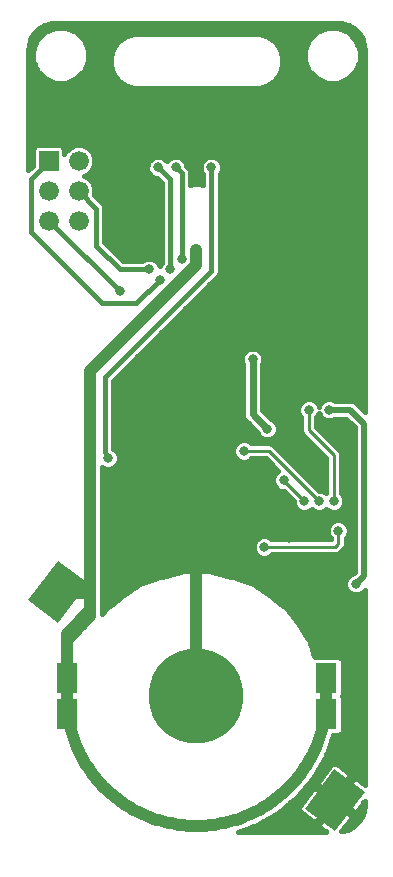
<source format=gbr>
G75*
%MOIN*%
%OFA0B0*%
%FSLAX25Y25*%
%IPPOS*%
%LPD*%
%AMOC8*
5,1,8,0,0,1.08239X$1,22.5*
%
%ADD10R,0.07000X0.10000*%
%ADD11C,0.31496*%
%ADD12R,0.06600X0.06600*%
%ADD13C,0.06600*%
%ADD14R,0.12598X0.16535*%
%ADD15C,0.01600*%
%ADD16C,0.03169*%
%ADD17C,0.04000*%
%ADD18C,0.02400*%
%ADD19C,0.02000*%
%ADD20C,0.01000*%
%ADD21C,0.03562*%
%ADD22C,0.03200*%
D10*
X0102362Y0054331D03*
X0015748Y0054331D03*
X0102362Y0042126D03*
X0015748Y0042126D03*
D11*
X0059055Y0048228D03*
D12*
X0009764Y0226535D03*
D13*
X0019764Y0226535D03*
X0009764Y0216535D03*
X0019764Y0216535D03*
X0009764Y0206535D03*
X0019764Y0206535D03*
D14*
G36*
X0013047Y0072546D02*
X0002987Y0080128D01*
X0012937Y0093332D01*
X0022997Y0085750D01*
X0013047Y0072546D01*
G37*
G36*
X0105173Y0003124D02*
X0095113Y0010706D01*
X0105063Y0023910D01*
X0115123Y0016328D01*
X0105173Y0003124D01*
G37*
D15*
X0086071Y0123101D02*
X0085068Y0122098D01*
X0084525Y0120788D01*
X0084525Y0119370D01*
X0085068Y0118059D01*
X0086071Y0117056D01*
X0087381Y0116513D01*
X0088116Y0116513D01*
X0091415Y0113214D01*
X0091415Y0112448D01*
X0091958Y0111138D01*
X0092961Y0110135D01*
X0094271Y0109592D01*
X0095690Y0109592D01*
X0097000Y0110135D01*
X0097441Y0110576D01*
X0097882Y0110135D01*
X0099192Y0109592D01*
X0100611Y0109592D01*
X0101921Y0110135D01*
X0102378Y0110592D01*
X0102803Y0110166D01*
X0104114Y0109624D01*
X0105532Y0109624D01*
X0106842Y0110166D01*
X0107845Y0111169D01*
X0108388Y0112480D01*
X0108388Y0113898D01*
X0107845Y0115209D01*
X0107304Y0115750D01*
X0107304Y0128938D01*
X0106926Y0129850D01*
X0098938Y0137839D01*
X0098938Y0141140D01*
X0099479Y0141681D01*
X0099902Y0142701D01*
X0100324Y0141681D01*
X0101327Y0140678D01*
X0102637Y0140135D01*
X0104056Y0140135D01*
X0105366Y0140678D01*
X0105408Y0140720D01*
X0109001Y0140720D01*
X0111932Y0137789D01*
X0111932Y0089573D01*
X0111554Y0089195D01*
X0111496Y0089195D01*
X0110185Y0088652D01*
X0109182Y0087650D01*
X0108639Y0086339D01*
X0108639Y0084921D01*
X0109182Y0083610D01*
X0110185Y0082607D01*
X0111496Y0082065D01*
X0112914Y0082065D01*
X0114224Y0082607D01*
X0115113Y0083496D01*
X0115113Y0018592D01*
X0111816Y0021076D01*
X0106239Y0013675D01*
X0104961Y0014638D01*
X0110538Y0022039D01*
X0105957Y0025491D01*
X0105518Y0025669D01*
X0105047Y0025727D01*
X0104578Y0025661D01*
X0104142Y0025476D01*
X0103768Y0025184D01*
X0099131Y0019030D01*
X0104961Y0014638D01*
X0103998Y0013360D01*
X0098168Y0017753D01*
X0093532Y0011599D01*
X0093354Y0011160D01*
X0093296Y0010690D01*
X0093362Y0010220D01*
X0093547Y0009784D01*
X0093839Y0009411D01*
X0098420Y0005958D01*
X0103998Y0013360D01*
X0105276Y0012397D01*
X0099698Y0004995D01*
X0102350Y0002997D01*
X0073044Y0002997D01*
X0079116Y0005207D01*
X0079116Y0005207D01*
X0086282Y0009344D01*
X0086282Y0009344D01*
X0092621Y0014663D01*
X0092621Y0014663D01*
X0092621Y0014663D01*
X0097939Y0021001D01*
X0097939Y0021001D01*
X0102076Y0028167D01*
X0102076Y0028167D01*
X0104616Y0035145D01*
X0106683Y0035145D01*
X0107843Y0036305D01*
X0107843Y0047947D01*
X0107562Y0048228D01*
X0107843Y0048510D01*
X0107843Y0060151D01*
X0106683Y0061312D01*
X0098438Y0061312D01*
X0098397Y0061477D01*
X0098312Y0061528D01*
X0096792Y0066088D01*
X0096857Y0066414D01*
X0096510Y0066934D01*
X0096313Y0067527D01*
X0096016Y0067675D01*
X0092851Y0072423D01*
X0092863Y0072548D01*
X0092347Y0073179D01*
X0091895Y0073857D01*
X0091772Y0073881D01*
X0089161Y0077073D01*
X0089136Y0077323D01*
X0088593Y0077767D01*
X0088149Y0078309D01*
X0087900Y0078334D01*
X0084708Y0080945D01*
X0084684Y0081068D01*
X0084006Y0081520D01*
X0083375Y0082036D01*
X0083250Y0082024D01*
X0078502Y0085189D01*
X0078354Y0085486D01*
X0077761Y0085684D01*
X0077240Y0086030D01*
X0076915Y0085965D01*
X0072355Y0087486D01*
X0072304Y0087570D01*
X0071490Y0087774D01*
X0070695Y0088039D01*
X0070607Y0087995D01*
X0064133Y0089613D01*
X0063916Y0089830D01*
X0063267Y0089830D01*
X0062637Y0089987D01*
X0062374Y0089830D01*
X0055736Y0089830D01*
X0055474Y0089987D01*
X0054843Y0089830D01*
X0054194Y0089830D01*
X0053977Y0089613D01*
X0047504Y0087995D01*
X0047415Y0088039D01*
X0046620Y0087774D01*
X0045806Y0087570D01*
X0045756Y0087486D01*
X0041195Y0085965D01*
X0040870Y0086030D01*
X0040350Y0085684D01*
X0039756Y0085486D01*
X0039608Y0085189D01*
X0034860Y0082024D01*
X0034735Y0082036D01*
X0034105Y0081520D01*
X0033427Y0081068D01*
X0033402Y0080945D01*
X0030211Y0078334D01*
X0029961Y0078309D01*
X0029517Y0077767D01*
X0028974Y0077323D01*
X0028949Y0077073D01*
X0027629Y0075460D01*
X0027603Y0075904D01*
X0027603Y0082628D01*
X0027621Y0083371D01*
X0027603Y0083418D01*
X0027603Y0124399D01*
X0028818Y0123895D01*
X0030237Y0123895D01*
X0031547Y0124438D01*
X0032550Y0125441D01*
X0033093Y0126751D01*
X0033093Y0128170D01*
X0032550Y0129480D01*
X0031547Y0130483D01*
X0031324Y0130575D01*
X0031324Y0153376D01*
X0065552Y0187603D01*
X0066334Y0188385D01*
X0066757Y0189407D01*
X0066757Y0222148D01*
X0066999Y0222390D01*
X0067542Y0223700D01*
X0067542Y0225119D01*
X0066999Y0226429D01*
X0065996Y0227432D01*
X0064686Y0227975D01*
X0063267Y0227975D01*
X0061957Y0227432D01*
X0060954Y0226429D01*
X0060411Y0225119D01*
X0060411Y0223700D01*
X0060954Y0222390D01*
X0061195Y0222148D01*
X0061195Y0218522D01*
X0059945Y0219040D01*
X0058165Y0219040D01*
X0056915Y0218522D01*
X0056915Y0222994D01*
X0056492Y0224016D01*
X0055731Y0224777D01*
X0055731Y0225119D01*
X0055188Y0226429D01*
X0054185Y0227432D01*
X0052875Y0227975D01*
X0051456Y0227975D01*
X0050146Y0227432D01*
X0049213Y0226499D01*
X0048279Y0227432D01*
X0046969Y0227975D01*
X0045551Y0227975D01*
X0044240Y0227432D01*
X0043237Y0226429D01*
X0042694Y0225119D01*
X0042694Y0223700D01*
X0043237Y0222390D01*
X0044240Y0221387D01*
X0045551Y0220844D01*
X0045892Y0220844D01*
X0047416Y0219320D01*
X0047416Y0192714D01*
X0047174Y0192472D01*
X0046752Y0191453D01*
X0046330Y0192472D01*
X0045327Y0193475D01*
X0044016Y0194018D01*
X0042598Y0194018D01*
X0041287Y0193475D01*
X0041046Y0193234D01*
X0034617Y0193234D01*
X0028372Y0199479D01*
X0028372Y0210620D01*
X0028375Y0211164D01*
X0028372Y0211173D01*
X0028372Y0211183D01*
X0028163Y0211686D01*
X0027959Y0212189D01*
X0027952Y0212196D01*
X0027948Y0212205D01*
X0027564Y0212590D01*
X0024945Y0215244D01*
X0025045Y0215485D01*
X0025045Y0217586D01*
X0024241Y0219527D01*
X0022755Y0221013D01*
X0021493Y0221535D01*
X0022755Y0222058D01*
X0024241Y0223544D01*
X0025045Y0225485D01*
X0025045Y0227586D01*
X0024241Y0229527D01*
X0022755Y0231013D01*
X0020814Y0231817D01*
X0018713Y0231817D01*
X0016772Y0231013D01*
X0015287Y0229527D01*
X0015045Y0228943D01*
X0015045Y0230656D01*
X0013884Y0231817D01*
X0005643Y0231817D01*
X0004483Y0230656D01*
X0004483Y0225054D01*
X0002997Y0223508D01*
X0002997Y0263780D01*
X0003072Y0264930D01*
X0003668Y0267153D01*
X0004818Y0269145D01*
X0006445Y0270772D01*
X0008438Y0271923D01*
X0010661Y0272518D01*
X0011811Y0272594D01*
X0106299Y0272594D01*
X0107450Y0272518D01*
X0109672Y0271923D01*
X0111665Y0270772D01*
X0113292Y0269145D01*
X0114442Y0267153D01*
X0115038Y0264930D01*
X0115113Y0263780D01*
X0115113Y0143040D01*
X0111925Y0146228D01*
X0110829Y0146682D01*
X0105408Y0146682D01*
X0105366Y0146723D01*
X0104056Y0147266D01*
X0102637Y0147266D01*
X0101327Y0146723D01*
X0100324Y0145720D01*
X0099902Y0144701D01*
X0099479Y0145720D01*
X0098476Y0146723D01*
X0097166Y0147266D01*
X0095747Y0147266D01*
X0094437Y0146723D01*
X0093434Y0145720D01*
X0092891Y0144410D01*
X0092891Y0142992D01*
X0093434Y0141681D01*
X0093976Y0141140D01*
X0093976Y0136317D01*
X0094353Y0135406D01*
X0102342Y0127417D01*
X0102342Y0115759D01*
X0101921Y0116180D01*
X0100611Y0116723D01*
X0099845Y0116723D01*
X0084543Y0132025D01*
X0083631Y0132402D01*
X0077364Y0132402D01*
X0076823Y0132944D01*
X0075512Y0133487D01*
X0074094Y0133487D01*
X0072784Y0132944D01*
X0071781Y0131941D01*
X0071238Y0130630D01*
X0071238Y0129212D01*
X0071781Y0127902D01*
X0072784Y0126899D01*
X0074094Y0126356D01*
X0075512Y0126356D01*
X0076823Y0126899D01*
X0077364Y0127440D01*
X0082110Y0127440D01*
X0086338Y0123212D01*
X0086071Y0123101D01*
X0030468Y0260439D02*
X0030468Y0258433D01*
X0031339Y0255751D01*
X0031339Y0255751D01*
X0032997Y0253469D01*
X0032997Y0253469D01*
X0032997Y0253469D01*
X0035278Y0251812D01*
X0035278Y0251812D01*
X0037960Y0250940D01*
X0080150Y0250940D01*
X0082832Y0251812D01*
X0082832Y0251812D01*
X0085114Y0253469D01*
X0085114Y0253469D01*
X0085114Y0253469D01*
X0086771Y0255751D01*
X0086771Y0255751D01*
X0087643Y0258433D01*
X0087643Y0261253D01*
X0086771Y0263934D01*
X0086771Y0263934D01*
X0085114Y0266216D01*
X0085114Y0266216D01*
X0085114Y0266216D01*
X0082832Y0267873D01*
X0082832Y0267873D01*
X0080150Y0268745D01*
X0037960Y0268745D01*
X0035278Y0267873D01*
X0035278Y0267873D01*
X0032997Y0266216D01*
X0032997Y0266216D01*
X0032997Y0266216D01*
X0031339Y0263934D01*
X0030468Y0261253D01*
X0030468Y0260439D01*
X0113430Y0260001D02*
X0113430Y0263621D01*
X0112045Y0266965D01*
X0109485Y0269525D01*
X0106141Y0270910D01*
X0102521Y0270910D01*
X0099176Y0269525D01*
X0096617Y0266965D01*
X0095231Y0263621D01*
X0095231Y0260001D01*
X0096617Y0256657D01*
X0099176Y0254097D01*
X0102521Y0252712D01*
X0106141Y0252712D01*
X0109485Y0254097D01*
X0112045Y0256657D01*
X0113430Y0260001D01*
X0022879Y0260001D02*
X0022879Y0263621D01*
X0021493Y0266965D01*
X0018934Y0269525D01*
X0015589Y0270910D01*
X0011970Y0270910D01*
X0008625Y0269525D01*
X0006066Y0266965D01*
X0004680Y0263621D01*
X0004680Y0260001D01*
X0006066Y0256657D01*
X0008625Y0254097D01*
X0011970Y0252712D01*
X0015589Y0252712D01*
X0018934Y0254097D01*
X0021493Y0256657D01*
X0022879Y0260001D01*
X0086243Y0136594D02*
X0086243Y0138012D01*
X0085700Y0139323D01*
X0084697Y0140326D01*
X0083769Y0140710D01*
X0080937Y0143542D01*
X0080937Y0158796D01*
X0081321Y0159724D01*
X0081321Y0161142D01*
X0080778Y0162453D01*
X0079776Y0163456D01*
X0078465Y0163998D01*
X0077047Y0163998D01*
X0075736Y0163456D01*
X0074733Y0162453D01*
X0074191Y0161142D01*
X0074191Y0159724D01*
X0074575Y0158796D01*
X0074575Y0141592D01*
X0075059Y0140422D01*
X0075954Y0139528D01*
X0079270Y0136211D01*
X0079655Y0135284D01*
X0080658Y0134281D01*
X0081968Y0133738D01*
X0083386Y0133738D01*
X0084697Y0134281D01*
X0085700Y0135284D01*
X0086243Y0136594D01*
X0083713Y0100956D02*
X0082402Y0101498D01*
X0080984Y0101498D01*
X0079673Y0100956D01*
X0078670Y0099953D01*
X0078128Y0098642D01*
X0078128Y0097224D01*
X0078670Y0095913D01*
X0079673Y0094911D01*
X0080984Y0094368D01*
X0082402Y0094368D01*
X0083713Y0094911D01*
X0084254Y0095452D01*
X0105808Y0095452D01*
X0106720Y0095830D01*
X0107705Y0096814D01*
X0108403Y0097512D01*
X0108780Y0098424D01*
X0108780Y0100785D01*
X0109322Y0101327D01*
X0109865Y0102637D01*
X0109865Y0104056D01*
X0109322Y0105366D01*
X0108319Y0106369D01*
X0107008Y0106912D01*
X0105590Y0106912D01*
X0104280Y0106369D01*
X0103277Y0105366D01*
X0102734Y0104056D01*
X0102734Y0102637D01*
X0103277Y0101327D01*
X0103818Y0100785D01*
X0103818Y0100414D01*
X0084254Y0100414D01*
X0083713Y0100956D01*
X0112068Y0009282D02*
X0115113Y0013324D01*
X0115113Y0011811D01*
X0115038Y0010661D01*
X0114442Y0008438D01*
X0113292Y0006445D01*
X0111665Y0004818D01*
X0109672Y0003668D01*
X0107450Y0003072D01*
X0107385Y0003068D01*
X0111105Y0008004D01*
X0105276Y0012397D01*
X0106239Y0013675D01*
X0112068Y0009282D01*
X0102085Y0003197D02*
X0073594Y0003197D01*
X0107483Y0003197D02*
X0107915Y0003197D01*
X0099963Y0004796D02*
X0077986Y0004796D01*
X0108687Y0004796D02*
X0111626Y0004796D01*
X0097842Y0006394D02*
X0081172Y0006394D01*
X0098749Y0006394D02*
X0100752Y0006394D01*
X0109892Y0006394D02*
X0113241Y0006394D01*
X0095721Y0007993D02*
X0083941Y0007993D01*
X0099953Y0007993D02*
X0101957Y0007993D01*
X0111096Y0007993D02*
X0114185Y0007993D01*
X0093698Y0009591D02*
X0086576Y0009591D01*
X0101158Y0009591D02*
X0103161Y0009591D01*
X0108999Y0009591D02*
X0111658Y0009591D01*
X0112301Y0009591D02*
X0114751Y0009591D01*
X0093366Y0011190D02*
X0088481Y0011190D01*
X0102362Y0011190D02*
X0104366Y0011190D01*
X0106878Y0011190D02*
X0109536Y0011190D01*
X0113505Y0011190D02*
X0115073Y0011190D01*
X0094427Y0012788D02*
X0090386Y0012788D01*
X0103567Y0012788D02*
X0104757Y0012788D01*
X0105570Y0012788D02*
X0107415Y0012788D01*
X0114710Y0012788D02*
X0115113Y0012788D01*
X0095632Y0014387D02*
X0092291Y0014387D01*
X0102635Y0014387D02*
X0104771Y0014387D01*
X0105294Y0014387D02*
X0106775Y0014387D01*
X0096836Y0015985D02*
X0093730Y0015985D01*
X0100514Y0015985D02*
X0103173Y0015985D01*
X0105976Y0015985D02*
X0107979Y0015985D01*
X0098041Y0017584D02*
X0095071Y0017584D01*
X0098393Y0017584D02*
X0101051Y0017584D01*
X0107181Y0017584D02*
X0109184Y0017584D01*
X0099246Y0019182D02*
X0096413Y0019182D01*
X0108385Y0019182D02*
X0110389Y0019182D01*
X0114330Y0019182D02*
X0115113Y0019182D01*
X0100450Y0020781D02*
X0097754Y0020781D01*
X0109590Y0020781D02*
X0111593Y0020781D01*
X0112208Y0020781D02*
X0115113Y0020781D01*
X0101655Y0022379D02*
X0098735Y0022379D01*
X0110087Y0022379D02*
X0115113Y0022379D01*
X0102859Y0023978D02*
X0099658Y0023978D01*
X0107966Y0023978D02*
X0115113Y0023978D01*
X0104379Y0025576D02*
X0100581Y0025576D01*
X0105747Y0025576D02*
X0115113Y0025576D01*
X0115113Y0027175D02*
X0101503Y0027175D01*
X0102297Y0028773D02*
X0115113Y0028773D01*
X0115113Y0030372D02*
X0102879Y0030372D01*
X0103461Y0031970D02*
X0115113Y0031970D01*
X0115113Y0033569D02*
X0104042Y0033569D01*
X0106705Y0035167D02*
X0115113Y0035167D01*
X0115113Y0036766D02*
X0107843Y0036766D01*
X0107843Y0038364D02*
X0115113Y0038364D01*
X0115113Y0039963D02*
X0107843Y0039963D01*
X0107843Y0041561D02*
X0115113Y0041561D01*
X0115113Y0043160D02*
X0107843Y0043160D01*
X0107843Y0044758D02*
X0115113Y0044758D01*
X0115113Y0046357D02*
X0107843Y0046357D01*
X0107835Y0047955D02*
X0115113Y0047955D01*
X0115113Y0049554D02*
X0107843Y0049554D01*
X0107843Y0051152D02*
X0115113Y0051152D01*
X0115113Y0052751D02*
X0107843Y0052751D01*
X0107843Y0054349D02*
X0115113Y0054349D01*
X0115113Y0055948D02*
X0107843Y0055948D01*
X0107843Y0057546D02*
X0115113Y0057546D01*
X0115113Y0059145D02*
X0107843Y0059145D01*
X0107251Y0060743D02*
X0115113Y0060743D01*
X0115113Y0062342D02*
X0098041Y0062342D01*
X0097508Y0063940D02*
X0115113Y0063940D01*
X0115113Y0065539D02*
X0096975Y0065539D01*
X0096442Y0067137D02*
X0115113Y0067137D01*
X0115113Y0068736D02*
X0095309Y0068736D01*
X0094243Y0070334D02*
X0115113Y0070334D01*
X0115113Y0071933D02*
X0093178Y0071933D01*
X0092112Y0073532D02*
X0115113Y0073532D01*
X0115113Y0075130D02*
X0090751Y0075130D01*
X0028668Y0076729D02*
X0027603Y0076729D01*
X0089443Y0076729D02*
X0115113Y0076729D01*
X0030140Y0078327D02*
X0027603Y0078327D01*
X0087971Y0078327D02*
X0115113Y0078327D01*
X0032156Y0079926D02*
X0027603Y0079926D01*
X0085955Y0079926D02*
X0115113Y0079926D01*
X0034109Y0081524D02*
X0027603Y0081524D01*
X0084001Y0081524D02*
X0115113Y0081524D01*
X0036508Y0083123D02*
X0027615Y0083123D01*
X0081602Y0083123D02*
X0109670Y0083123D01*
X0114740Y0083123D02*
X0115113Y0083123D01*
X0038906Y0084721D02*
X0027603Y0084721D01*
X0079204Y0084721D02*
X0108722Y0084721D01*
X0042258Y0086320D02*
X0027603Y0086320D01*
X0075852Y0086320D02*
X0108639Y0086320D01*
X0047053Y0087918D02*
X0027603Y0087918D01*
X0071057Y0087918D02*
X0109451Y0087918D01*
X0053592Y0089517D02*
X0027603Y0089517D01*
X0064518Y0089517D02*
X0111876Y0089517D01*
X0111932Y0091115D02*
X0027603Y0091115D01*
X0027603Y0092714D02*
X0111932Y0092714D01*
X0111932Y0094312D02*
X0027603Y0094312D01*
X0027603Y0095911D02*
X0078673Y0095911D01*
X0106801Y0095911D02*
X0111932Y0095911D01*
X0078128Y0097509D02*
X0027603Y0097509D01*
X0108400Y0097509D02*
X0111932Y0097509D01*
X0078320Y0099108D02*
X0027603Y0099108D01*
X0108780Y0099108D02*
X0111932Y0099108D01*
X0079424Y0100706D02*
X0027603Y0100706D01*
X0083962Y0100706D02*
X0103818Y0100706D01*
X0108780Y0100706D02*
X0111932Y0100706D01*
X0102872Y0102305D02*
X0027603Y0102305D01*
X0109727Y0102305D02*
X0111932Y0102305D01*
X0102734Y0103903D02*
X0027603Y0103903D01*
X0109865Y0103903D02*
X0111932Y0103903D01*
X0103412Y0105502D02*
X0027603Y0105502D01*
X0109186Y0105502D02*
X0111932Y0105502D01*
X0111932Y0107100D02*
X0027603Y0107100D01*
X0027603Y0108699D02*
X0111932Y0108699D01*
X0092798Y0110297D02*
X0027603Y0110297D01*
X0097162Y0110297D02*
X0097720Y0110297D01*
X0102084Y0110297D02*
X0102672Y0110297D01*
X0106973Y0110297D02*
X0111932Y0110297D01*
X0091644Y0111896D02*
X0027603Y0111896D01*
X0108146Y0111896D02*
X0111932Y0111896D01*
X0091135Y0113494D02*
X0027603Y0113494D01*
X0108388Y0113494D02*
X0111932Y0113494D01*
X0089536Y0115093D02*
X0027603Y0115093D01*
X0107893Y0115093D02*
X0111932Y0115093D01*
X0086952Y0116691D02*
X0027603Y0116691D01*
X0100687Y0116691D02*
X0102342Y0116691D01*
X0107304Y0116691D02*
X0111932Y0116691D01*
X0084972Y0118290D02*
X0027603Y0118290D01*
X0098278Y0118290D02*
X0102342Y0118290D01*
X0107304Y0118290D02*
X0111932Y0118290D01*
X0084525Y0119888D02*
X0027603Y0119888D01*
X0096680Y0119888D02*
X0102342Y0119888D01*
X0107304Y0119888D02*
X0111932Y0119888D01*
X0084815Y0121487D02*
X0027603Y0121487D01*
X0095081Y0121487D02*
X0102342Y0121487D01*
X0107304Y0121487D02*
X0111932Y0121487D01*
X0086055Y0123085D02*
X0027603Y0123085D01*
X0093482Y0123085D02*
X0102342Y0123085D01*
X0107304Y0123085D02*
X0111932Y0123085D01*
X0084866Y0124684D02*
X0031793Y0124684D01*
X0091884Y0124684D02*
X0102342Y0124684D01*
X0107304Y0124684D02*
X0111932Y0124684D01*
X0083268Y0126282D02*
X0032899Y0126282D01*
X0090285Y0126282D02*
X0102342Y0126282D01*
X0107304Y0126282D02*
X0111932Y0126282D01*
X0071801Y0127881D02*
X0033093Y0127881D01*
X0088687Y0127881D02*
X0101878Y0127881D01*
X0107304Y0127881D02*
X0111932Y0127881D01*
X0071238Y0129479D02*
X0032550Y0129479D01*
X0087088Y0129479D02*
X0100279Y0129479D01*
X0107080Y0129479D02*
X0111932Y0129479D01*
X0071423Y0131078D02*
X0031324Y0131078D01*
X0085490Y0131078D02*
X0098681Y0131078D01*
X0105699Y0131078D02*
X0111932Y0131078D01*
X0072516Y0132676D02*
X0031324Y0132676D01*
X0077090Y0132676D02*
X0097082Y0132676D01*
X0104100Y0132676D02*
X0111932Y0132676D01*
X0080671Y0134275D02*
X0031324Y0134275D01*
X0084683Y0134275D02*
X0095484Y0134275D01*
X0102502Y0134275D02*
X0111932Y0134275D01*
X0079410Y0135873D02*
X0031324Y0135873D01*
X0085944Y0135873D02*
X0094160Y0135873D01*
X0100903Y0135873D02*
X0111932Y0135873D01*
X0078010Y0137472D02*
X0031324Y0137472D01*
X0086243Y0137472D02*
X0093976Y0137472D01*
X0099305Y0137472D02*
X0111932Y0137472D01*
X0076411Y0139070D02*
X0031324Y0139070D01*
X0085804Y0139070D02*
X0093976Y0139070D01*
X0098938Y0139070D02*
X0110651Y0139070D01*
X0074957Y0140669D02*
X0031324Y0140669D01*
X0083868Y0140669D02*
X0093976Y0140669D01*
X0098938Y0140669D02*
X0101349Y0140669D01*
X0105344Y0140669D02*
X0109052Y0140669D01*
X0074575Y0142268D02*
X0031324Y0142268D01*
X0082212Y0142268D02*
X0093191Y0142268D01*
X0099722Y0142268D02*
X0100081Y0142268D01*
X0074575Y0143866D02*
X0031324Y0143866D01*
X0080937Y0143866D02*
X0092891Y0143866D01*
X0114287Y0143866D02*
X0115113Y0143866D01*
X0074575Y0145465D02*
X0031324Y0145465D01*
X0080937Y0145465D02*
X0093328Y0145465D01*
X0099585Y0145465D02*
X0100218Y0145465D01*
X0112688Y0145465D02*
X0115113Y0145465D01*
X0074575Y0147063D02*
X0031324Y0147063D01*
X0080937Y0147063D02*
X0095257Y0147063D01*
X0097656Y0147063D02*
X0102147Y0147063D01*
X0104546Y0147063D02*
X0115113Y0147063D01*
X0074575Y0148662D02*
X0031324Y0148662D01*
X0080937Y0148662D02*
X0115113Y0148662D01*
X0074575Y0150260D02*
X0031324Y0150260D01*
X0080937Y0150260D02*
X0115113Y0150260D01*
X0074575Y0151859D02*
X0031324Y0151859D01*
X0080937Y0151859D02*
X0115113Y0151859D01*
X0074575Y0153457D02*
X0031406Y0153457D01*
X0080937Y0153457D02*
X0115113Y0153457D01*
X0074575Y0155056D02*
X0033004Y0155056D01*
X0080937Y0155056D02*
X0115113Y0155056D01*
X0074575Y0156654D02*
X0034603Y0156654D01*
X0080937Y0156654D02*
X0115113Y0156654D01*
X0074575Y0158253D02*
X0036201Y0158253D01*
X0080937Y0158253D02*
X0115113Y0158253D01*
X0074191Y0159851D02*
X0037800Y0159851D01*
X0081321Y0159851D02*
X0115113Y0159851D01*
X0074318Y0161450D02*
X0039398Y0161450D01*
X0081194Y0161450D02*
X0115113Y0161450D01*
X0075329Y0163048D02*
X0040997Y0163048D01*
X0080183Y0163048D02*
X0115113Y0163048D01*
X0115113Y0164647D02*
X0042595Y0164647D01*
X0044194Y0166245D02*
X0115113Y0166245D01*
X0115113Y0167844D02*
X0045792Y0167844D01*
X0047391Y0169442D02*
X0115113Y0169442D01*
X0115113Y0171041D02*
X0048990Y0171041D01*
X0050588Y0172639D02*
X0115113Y0172639D01*
X0115113Y0174238D02*
X0052187Y0174238D01*
X0053785Y0175836D02*
X0115113Y0175836D01*
X0115113Y0177435D02*
X0055384Y0177435D01*
X0056982Y0179033D02*
X0115113Y0179033D01*
X0115113Y0180632D02*
X0058581Y0180632D01*
X0060179Y0182230D02*
X0115113Y0182230D01*
X0115113Y0183829D02*
X0061778Y0183829D01*
X0063376Y0185427D02*
X0115113Y0185427D01*
X0115113Y0187026D02*
X0064975Y0187026D01*
X0066433Y0188624D02*
X0115113Y0188624D01*
X0115113Y0190223D02*
X0066757Y0190223D01*
X0046905Y0191821D02*
X0046599Y0191821D01*
X0066757Y0191821D02*
X0115113Y0191821D01*
X0041232Y0193420D02*
X0034430Y0193420D01*
X0045382Y0193420D02*
X0047416Y0193420D01*
X0066757Y0193420D02*
X0115113Y0193420D01*
X0047416Y0195018D02*
X0032832Y0195018D01*
X0066757Y0195018D02*
X0115113Y0195018D01*
X0047416Y0196617D02*
X0031233Y0196617D01*
X0066757Y0196617D02*
X0115113Y0196617D01*
X0047416Y0198215D02*
X0029635Y0198215D01*
X0066757Y0198215D02*
X0115113Y0198215D01*
X0047416Y0199814D02*
X0028372Y0199814D01*
X0066757Y0199814D02*
X0115113Y0199814D01*
X0047416Y0201412D02*
X0028372Y0201412D01*
X0066757Y0201412D02*
X0115113Y0201412D01*
X0047416Y0203011D02*
X0028372Y0203011D01*
X0066757Y0203011D02*
X0115113Y0203011D01*
X0047416Y0204609D02*
X0028372Y0204609D01*
X0066757Y0204609D02*
X0115113Y0204609D01*
X0047416Y0206208D02*
X0028372Y0206208D01*
X0066757Y0206208D02*
X0115113Y0206208D01*
X0047416Y0207806D02*
X0028372Y0207806D01*
X0066757Y0207806D02*
X0115113Y0207806D01*
X0047416Y0209405D02*
X0028372Y0209405D01*
X0066757Y0209405D02*
X0115113Y0209405D01*
X0047416Y0211003D02*
X0028374Y0211003D01*
X0066757Y0211003D02*
X0115113Y0211003D01*
X0047416Y0212602D02*
X0027552Y0212602D01*
X0066757Y0212602D02*
X0115113Y0212602D01*
X0047416Y0214201D02*
X0025974Y0214201D01*
X0066757Y0214201D02*
X0115113Y0214201D01*
X0047416Y0215799D02*
X0025045Y0215799D01*
X0066757Y0215799D02*
X0115113Y0215799D01*
X0047416Y0217398D02*
X0025045Y0217398D01*
X0066757Y0217398D02*
X0115113Y0217398D01*
X0047416Y0218996D02*
X0024461Y0218996D01*
X0056915Y0218996D02*
X0058059Y0218996D01*
X0060051Y0218996D02*
X0061195Y0218996D01*
X0066757Y0218996D02*
X0115113Y0218996D01*
X0046142Y0220595D02*
X0023173Y0220595D01*
X0056915Y0220595D02*
X0061195Y0220595D01*
X0066757Y0220595D02*
X0115113Y0220595D01*
X0043434Y0222193D02*
X0022890Y0222193D01*
X0056915Y0222193D02*
X0061151Y0222193D01*
X0066802Y0222193D02*
X0115113Y0222193D01*
X0003270Y0223792D02*
X0002997Y0223792D01*
X0024343Y0223792D02*
X0042694Y0223792D01*
X0056585Y0223792D02*
X0060411Y0223792D01*
X0067542Y0223792D02*
X0115113Y0223792D01*
X0004483Y0225390D02*
X0002997Y0225390D01*
X0025006Y0225390D02*
X0042807Y0225390D01*
X0055618Y0225390D02*
X0060523Y0225390D01*
X0067429Y0225390D02*
X0115113Y0225390D01*
X0004483Y0226989D02*
X0002997Y0226989D01*
X0025045Y0226989D02*
X0043797Y0226989D01*
X0048723Y0226989D02*
X0049702Y0226989D01*
X0054628Y0226989D02*
X0061513Y0226989D01*
X0066439Y0226989D02*
X0115113Y0226989D01*
X0004483Y0228587D02*
X0002997Y0228587D01*
X0024630Y0228587D02*
X0115113Y0228587D01*
X0004483Y0230186D02*
X0002997Y0230186D01*
X0015045Y0230186D02*
X0015945Y0230186D01*
X0023582Y0230186D02*
X0115113Y0230186D01*
X0005611Y0231784D02*
X0002997Y0231784D01*
X0013917Y0231784D02*
X0018635Y0231784D01*
X0020892Y0231784D02*
X0115113Y0231784D01*
X0115113Y0233383D02*
X0002997Y0233383D01*
X0002997Y0234981D02*
X0115113Y0234981D01*
X0115113Y0236580D02*
X0002997Y0236580D01*
X0002997Y0238178D02*
X0115113Y0238178D01*
X0115113Y0239777D02*
X0002997Y0239777D01*
X0002997Y0241375D02*
X0115113Y0241375D01*
X0115113Y0242974D02*
X0002997Y0242974D01*
X0002997Y0244572D02*
X0115113Y0244572D01*
X0115113Y0246171D02*
X0002997Y0246171D01*
X0002997Y0247769D02*
X0115113Y0247769D01*
X0115113Y0249368D02*
X0002997Y0249368D01*
X0002997Y0250966D02*
X0037880Y0250966D01*
X0080231Y0250966D02*
X0115113Y0250966D01*
X0034241Y0252565D02*
X0002997Y0252565D01*
X0083869Y0252565D02*
X0115113Y0252565D01*
X0008559Y0254163D02*
X0002997Y0254163D01*
X0019000Y0254163D02*
X0032492Y0254163D01*
X0085618Y0254163D02*
X0099110Y0254163D01*
X0109551Y0254163D02*
X0115113Y0254163D01*
X0006961Y0255762D02*
X0002997Y0255762D01*
X0020599Y0255762D02*
X0031335Y0255762D01*
X0086775Y0255762D02*
X0097512Y0255762D01*
X0111150Y0255762D02*
X0115113Y0255762D01*
X0005774Y0257360D02*
X0002997Y0257360D01*
X0021785Y0257360D02*
X0030816Y0257360D01*
X0087294Y0257360D02*
X0096325Y0257360D01*
X0112336Y0257360D02*
X0115113Y0257360D01*
X0005112Y0258959D02*
X0002997Y0258959D01*
X0022447Y0258959D02*
X0030468Y0258959D01*
X0087643Y0258959D02*
X0095663Y0258959D01*
X0112998Y0258959D02*
X0115113Y0258959D01*
X0004680Y0260557D02*
X0002997Y0260557D01*
X0022879Y0260557D02*
X0030468Y0260557D01*
X0087643Y0260557D02*
X0095231Y0260557D01*
X0113430Y0260557D02*
X0115113Y0260557D01*
X0004680Y0262156D02*
X0002997Y0262156D01*
X0022879Y0262156D02*
X0030761Y0262156D01*
X0087349Y0262156D02*
X0095231Y0262156D01*
X0113430Y0262156D02*
X0115113Y0262156D01*
X0004736Y0263754D02*
X0002997Y0263754D01*
X0022823Y0263754D02*
X0031281Y0263754D01*
X0086830Y0263754D02*
X0095287Y0263754D01*
X0113375Y0263754D02*
X0115113Y0263754D01*
X0005398Y0265353D02*
X0003186Y0265353D01*
X0022161Y0265353D02*
X0032370Y0265353D01*
X0085741Y0265353D02*
X0095949Y0265353D01*
X0112713Y0265353D02*
X0114925Y0265353D01*
X0006060Y0266951D02*
X0003614Y0266951D01*
X0021499Y0266951D02*
X0034009Y0266951D01*
X0084101Y0266951D02*
X0096611Y0266951D01*
X0112050Y0266951D02*
X0114496Y0266951D01*
X0007650Y0268550D02*
X0004475Y0268550D01*
X0019909Y0268550D02*
X0037360Y0268550D01*
X0080750Y0268550D02*
X0098201Y0268550D01*
X0110460Y0268550D02*
X0113636Y0268550D01*
X0010130Y0270148D02*
X0005821Y0270148D01*
X0017429Y0270148D02*
X0100682Y0270148D01*
X0107980Y0270148D02*
X0112289Y0270148D01*
X0109977Y0271747D02*
X0008133Y0271747D01*
X0028543Y0154528D02*
X0063976Y0189961D01*
X0063976Y0224409D01*
X0028543Y0154528D02*
X0028543Y0129429D01*
X0029528Y0127461D01*
X0009764Y0226535D02*
X0003937Y0220472D01*
X0003937Y0202756D01*
X0027559Y0179134D01*
X0038878Y0179134D01*
X0046752Y0187008D01*
X0019764Y0216535D02*
X0025591Y0210630D01*
X0025591Y0198327D01*
X0033465Y0190453D01*
X0043307Y0190453D01*
X0009764Y0206535D02*
X0011319Y0205217D01*
X0033465Y0183071D01*
X0050197Y0190453D02*
X0050197Y0220472D01*
X0046260Y0224409D01*
X0054134Y0193898D02*
X0054134Y0222441D01*
X0052165Y0224409D01*
D16*
X0059055Y0092520D03*
X0063231Y0092520D03*
X0054879Y0092520D03*
X0028543Y0102362D03*
X0075787Y0102362D03*
X0067913Y0175197D03*
X0070866Y0172244D03*
X0029528Y0122047D03*
X0029528Y0117126D03*
X0040354Y0152559D03*
X0059055Y0229823D03*
X0036909Y0156004D03*
X0010335Y0243110D03*
X0044783Y0122047D03*
X0044783Y0117126D03*
X0073819Y0107776D03*
X0070374Y0111220D03*
X0102854Y0200295D03*
X0082677Y0212598D03*
X0092520Y0212598D03*
X0112205Y0027559D03*
X0112205Y0022638D03*
X0076772Y0187992D03*
X0079724Y0182087D03*
X0095472Y0171260D03*
X0103346Y0163386D03*
X0103346Y0168307D03*
X0098425Y0129921D03*
X0076772Y0134843D03*
X0030020Y0206693D03*
X0030020Y0211614D03*
X0112205Y0151575D03*
X0110236Y0099409D03*
X0086122Y0086122D03*
X0086122Y0094488D03*
X0090059Y0105315D03*
X0090059Y0100886D03*
X0082677Y0137303D03*
X0077756Y0160433D03*
X0112205Y0085630D03*
X0103346Y0143701D03*
X0096457Y0143701D03*
X0104823Y0113189D03*
X0063976Y0224409D03*
X0029528Y0127461D03*
X0016732Y0068898D03*
X0019685Y0071850D03*
X0022638Y0074803D03*
X0094980Y0113157D03*
X0088091Y0120079D03*
X0046752Y0187008D03*
X0043307Y0190453D03*
X0033465Y0183071D03*
X0046260Y0224409D03*
X0050197Y0190453D03*
X0052165Y0224409D03*
X0054134Y0193898D03*
X0106299Y0103346D03*
X0081693Y0097933D03*
X0074803Y0129921D03*
X0099902Y0113157D03*
D17*
X0059055Y0092520D02*
X0059055Y0048228D01*
X0059055Y0196850D02*
X0059055Y0191929D01*
X0023622Y0156496D01*
X0023622Y0082677D01*
X0023622Y0075787D01*
X0015748Y0066929D01*
X0015748Y0054331D01*
X0015748Y0048228D01*
X0015761Y0047182D01*
X0015799Y0046136D01*
X0015862Y0045091D01*
X0015950Y0044048D01*
X0016064Y0043008D01*
X0016202Y0041971D01*
X0016366Y0040937D01*
X0016555Y0039908D01*
X0016768Y0038883D01*
X0017006Y0037864D01*
X0017269Y0036851D01*
X0017556Y0035845D01*
X0017868Y0034845D01*
X0018203Y0033854D01*
X0018562Y0032871D01*
X0018945Y0031897D01*
X0019351Y0030933D01*
X0019781Y0029978D01*
X0020233Y0029035D01*
X0020709Y0028102D01*
X0021206Y0027182D01*
X0021726Y0026273D01*
X0022267Y0025377D01*
X0022830Y0024495D01*
X0023414Y0023627D01*
X0024019Y0022773D01*
X0024644Y0021934D01*
X0025290Y0021110D01*
X0025955Y0020302D01*
X0026639Y0019510D01*
X0027343Y0018735D01*
X0028065Y0017978D01*
X0028805Y0017238D01*
X0029562Y0016516D01*
X0030337Y0015812D01*
X0031129Y0015128D01*
X0031937Y0014463D01*
X0032761Y0013817D01*
X0033600Y0013192D01*
X0034454Y0012587D01*
X0035322Y0012003D01*
X0036204Y0011440D01*
X0037100Y0010899D01*
X0038009Y0010379D01*
X0038929Y0009882D01*
X0039862Y0009406D01*
X0040805Y0008954D01*
X0041760Y0008524D01*
X0042724Y0008118D01*
X0043698Y0007735D01*
X0044681Y0007376D01*
X0045672Y0007041D01*
X0046672Y0006729D01*
X0047678Y0006442D01*
X0048691Y0006179D01*
X0049710Y0005941D01*
X0050735Y0005728D01*
X0051764Y0005539D01*
X0052798Y0005375D01*
X0053835Y0005237D01*
X0054875Y0005123D01*
X0055918Y0005035D01*
X0056963Y0004972D01*
X0058009Y0004934D01*
X0059055Y0004921D01*
X0060101Y0004934D01*
X0061147Y0004972D01*
X0062192Y0005035D01*
X0063235Y0005123D01*
X0064275Y0005237D01*
X0065312Y0005375D01*
X0066346Y0005539D01*
X0067375Y0005728D01*
X0068400Y0005941D01*
X0069419Y0006179D01*
X0070432Y0006442D01*
X0071438Y0006729D01*
X0072438Y0007041D01*
X0073429Y0007376D01*
X0074412Y0007735D01*
X0075386Y0008118D01*
X0076350Y0008524D01*
X0077305Y0008954D01*
X0078248Y0009406D01*
X0079181Y0009882D01*
X0080101Y0010379D01*
X0081010Y0010899D01*
X0081906Y0011440D01*
X0082788Y0012003D01*
X0083656Y0012587D01*
X0084510Y0013192D01*
X0085349Y0013817D01*
X0086173Y0014463D01*
X0086981Y0015128D01*
X0087773Y0015812D01*
X0088548Y0016516D01*
X0089305Y0017238D01*
X0090045Y0017978D01*
X0090767Y0018735D01*
X0091471Y0019510D01*
X0092155Y0020302D01*
X0092820Y0021110D01*
X0093466Y0021934D01*
X0094091Y0022773D01*
X0094696Y0023627D01*
X0095280Y0024495D01*
X0095843Y0025377D01*
X0096384Y0026273D01*
X0096904Y0027182D01*
X0097401Y0028102D01*
X0097877Y0029035D01*
X0098329Y0029978D01*
X0098759Y0030933D01*
X0099165Y0031897D01*
X0099548Y0032871D01*
X0099907Y0033854D01*
X0100242Y0034845D01*
X0100554Y0035845D01*
X0100841Y0036851D01*
X0101104Y0037864D01*
X0101342Y0038883D01*
X0101555Y0039908D01*
X0101744Y0040937D01*
X0101908Y0041971D01*
X0102046Y0043008D01*
X0102160Y0044048D01*
X0102248Y0045091D01*
X0102311Y0046136D01*
X0102349Y0047182D01*
X0102362Y0048228D01*
X0102362Y0054331D01*
X0102362Y0048228D02*
X0102362Y0042126D01*
X0015748Y0042126D02*
X0015748Y0048228D01*
X0015748Y0068898D02*
X0023622Y0076772D01*
X0023622Y0074803D01*
X0015748Y0066929D01*
X0015748Y0068898D01*
X0015748Y0067975D02*
X0016794Y0067975D01*
X0018824Y0071973D02*
X0020792Y0071973D01*
X0022822Y0075972D02*
X0023622Y0075972D01*
X0023622Y0082677D02*
X0021654Y0082677D01*
X0022638Y0082701D02*
X0012992Y0082939D01*
X0012992Y0082939D01*
X0023622Y0082677D01*
D18*
X0082677Y0137303D02*
X0077756Y0142224D01*
X0077756Y0160433D01*
D19*
X0114913Y0139024D02*
X0114913Y0088339D01*
X0112205Y0085630D01*
X0103346Y0143701D02*
X0110236Y0143701D01*
X0114913Y0139024D01*
D20*
X0096457Y0136811D02*
X0096457Y0143701D01*
X0104823Y0113189D02*
X0104823Y0128445D01*
X0096457Y0136811D01*
X0094980Y0113157D02*
X0088091Y0120047D01*
X0088091Y0120079D01*
X0081693Y0097933D02*
X0105315Y0097933D01*
X0106299Y0098917D01*
X0106299Y0103346D01*
X0074803Y0129921D02*
X0083138Y0129921D01*
X0099902Y0113157D01*
D21*
X0059055Y0196850D03*
D22*
X0023622Y0082939D02*
X0023622Y0082677D01*
M02*

</source>
